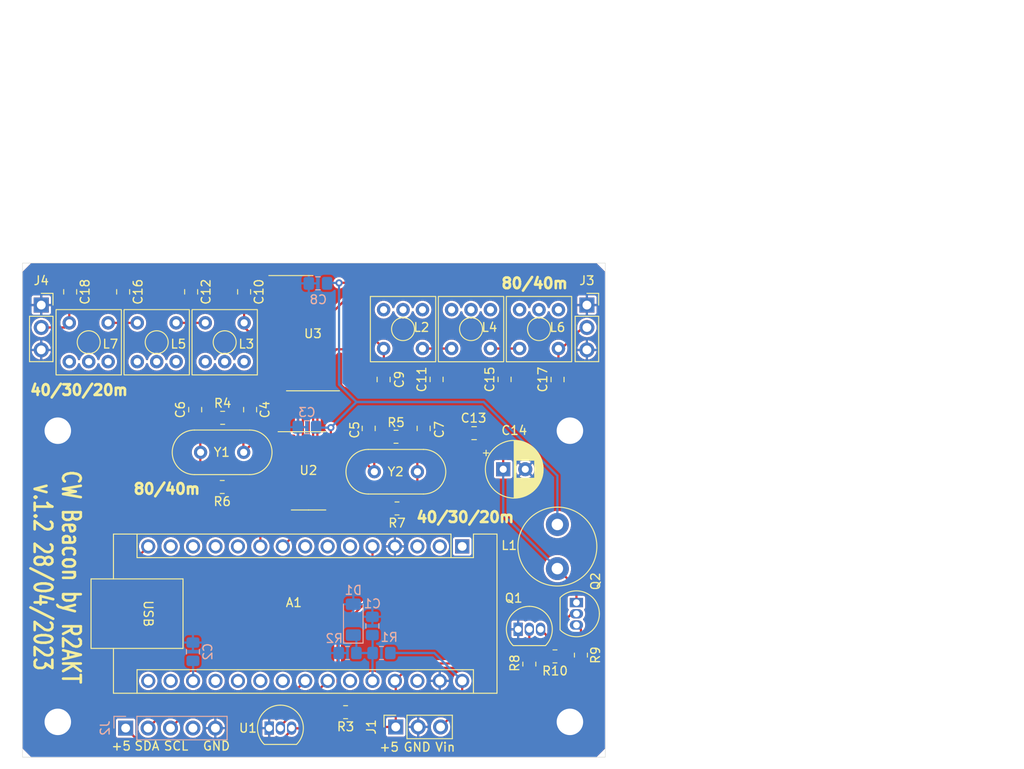
<source format=kicad_pcb>
(kicad_pcb (version 20221018) (generator pcbnew)
  (title_block (title "Маяк телеграфный автономный") (company "R2AKT") (comment 1 "R2AKT.464114.001") (comment 2 "R2AKT"))
  (layers (0 "F.Cu" signal) (31 "B.Cu" signal) (34 "B.Paste" user) (35 "F.Paste" user) (36 "B.SilkS" user "B.Silkscreen") (37 "F.SilkS" user "F.Silkscreen") (38 "B.Mask" user) (39 "F.Mask" user) (44 "Edge.Cuts" user))
  (net 0 "")
  (net 1 "GND")
  (net 2 "+5V")
  (net 6 "Net-(A1-D2)")
  (net 10 "Net-(A1-D6)")
  (net 11 "Net-(A1-D7)")
  (net 16 "Net-(A1-D12)")
  (net 19 "Net-(A1-AREF)")
  (net 25 "Net-(C15-Pad2)")
  (net 26 "Net-(A1-A7)")
  (net 27 "Net-(C11-Pad2)")
  (net 28 "Net-(C12-Pad2)")
  (net 29 "SDA")
  (net 30 "SCL")
  (net 31 "+5V_RF")
  (net 33 "Net-(U3-1Y0)")
  (net 34 "Net-(U3-2Y0)")
  (net 35 "Net-(Q2-C)")
  (net 36 "Net-(J3-Pin_2)")
  (net 37 "Net-(J4-Pin_2)")
  (net 39 "Net-(Q1-B)")
  (net 40 "Net-(Q1-C)")
  (net 41 "Vin")
  (net 42 "Net-(Q2-B)")
  (net 43 "Net-(R4-Pad1)")
  (net 44 "Net-(R5-Pad1)")
  (net 45 "Net-(U3-1A0)")
  (net 46 "Net-(C4-Pad2)")
  (net 47 "Net-(C5-Pad2)")
  (net 48 "Net-(C6-Pad1)")
  (net 49 "Net-(C7-Pad1)")
  (net 50 "Net-(C16-Pad2)")
  (net 51 "Net-(U3-1OE)")
  (net 52 "Net-(U3-2OE)")
  (net 53 "Net-(U3-2A0)")
  (footprint "Package_SO:SO-20_12.8x7.5mm_P1.27mm" (layer "F.Cu") (at 109.512001 98.952539)
    (fp_text reference "U3")
    (fp_text value "74AHC244")
  )
  (footprint "Capacitor_SMD:C_0805_2012Metric_Pad1.18x1.45mm_HandSolder" (layer "F.Cu") (at 102.392 107.619038 -90)
    (fp_text reference "C4")
    (fp_text value "22p")
  )
  (footprint "Capacitor_SMD:C_0805_2012Metric_Pad1.18x1.45mm_HandSolder" (layer "F.Cu") (at 115.821999 109.743543 -90)
    (fp_text reference "C5")
    (fp_text value "20p")
  )
  (footprint "Capacitor_SMD:C_0805_2012Metric_Pad1.18x1.45mm_HandSolder" (layer "F.Cu") (at 96.169 107.619038 90)
    (fp_text reference "C6")
    (fp_text value "22p")
  )
  (footprint "Resistor_SMD:R_0805_2012Metric_Pad1.20x1.40mm_HandSolder" (layer "F.Cu") (at 113.205 141.904476 180)
    (fp_text reference "R3")
    (fp_text value "4k7")
  )
  (footprint "Resistor_SMD:R_0805_2012Metric_Pad1.20x1.40mm_HandSolder" (layer "F.Cu") (at 99.279999 108.545538)
    (fp_text reference "R4")
    (fp_text value "4M7")
  )
  (footprint "Crystal:Crystal_HC49-U_Vertical" (layer "F.Cu") (at 101.661 112.453538 180)
    (fp_text reference "Y1")
    (fp_text value "80m/40m")
  )
  (footprint "Crystal:Crystal_HC49-U_Vertical" (layer "F.Cu") (at 116.461 114.653538)
    (fp_text reference "Y2")
    (fp_text value "40m/30m/20m")
  )
  (footprint "Package_SO:SOIC-14_3.9x8.7mm_P1.27mm" (layer "F.Cu") (at 109.012001 114.552539)
    (fp_text reference "U2")
    (fp_text value "74AHC04")
  )
  (footprint "Capacitor_SMD:C_0805_2012Metric_Pad1.18x1.45mm_HandSolder" (layer "F.Cu") (at 122.044999 109.743543 90)
    (fp_text reference "C7")
    (fp_text value "20p")
  )
  (footprint "Resistor_SMD:R_0805_2012Metric_Pad1.20x1.40mm_HandSolder" (layer "F.Cu") (at 134.015 136.453538 -90)
    (fp_text reference "R8")
    (fp_text value "1k")
  )
  (footprint "Library:TNT_Variable_Induction_7x7" (layer "F.Cu") (at 92.011 94.679538 180)
    (fp_text reference "L5")
    (fp_text value "910n (10T)")
  )
  (footprint "Library:TNT_Variable_Induction_7x7" (layer "F.Cu") (at 84.311 94.679538 180)
    (fp_text reference "L7")
    (fp_text value "820n (9T)")
  )
  (footprint "Capacitor_SMD:C_0805_2012Metric_Pad1.18x1.45mm_HandSolder" (layer "F.Cu") (at 95.711 94.266038 -90)
    (fp_text reference "C12")
    (fp_text value "470p 5%")
  )
  (footprint "Capacitor_SMD:C_0805_2012Metric_Pad1.18x1.45mm_HandSolder" (layer "F.Cu") (at 88.011 94.266038 -90)
    (fp_text reference "C16")
    (fp_text value "470p 5%")
  )
  (footprint "Connector_PinSocket_2.54mm:PinSocket_1x03_P2.54mm_Vertical" (layer "F.Cu") (at 140.536 95.765539)
    (fp_text reference "J3")
    (fp_text value "Conn_01x03")
  )
  (footprint "Package_TO_SOT_THT:TO-92_Inline" (layer "F.Cu") (at 104.551 143.708538)
    (fp_text reference "U1")
    (fp_text value "DS18B20")
  )
  (footprint "Package_TO_SOT_THT:TO-92_Inline" (layer "F.Cu") (at 139.349 129.484538 -90)
    (fp_text reference "Q2")
    (fp_text value "BC327")
  )
  (footprint "Capacitor_SMD:C_0805_2012Metric_Pad1.18x1.45mm_HandSolder" (layer "F.Cu") (at 131.211 104.191038 90)
    (fp_text reference "C15")
    (fp_text value "820p 5%")
  )
  (footprint "Resistor_SMD:R_0805_2012Metric_Pad1.20x1.40mm_HandSolder" (layer "F.Cu") (at 119.029 118.816538)
    (fp_text reference "R7")
    (fp_text value "1k")
  )
  (footprint "Resistor_SMD:R_0805_2012Metric_Pad1.20x1.40mm_HandSolder" (layer "F.Cu") (at 136.92 135.580538 180)
    (fp_text reference "R10")
    (fp_text value "510")
  )
  (footprint "Library:TNT_Variable_Induction_7x7" (layer "F.Cu") (at 99.711 94.679538 180)
    (fp_text reference "L3")
    (fp_text value "820n (9T)")
  )
  (footprint "Resistor_SMD:R_0805_2012Metric_Pad1.20x1.40mm_HandSolder" (layer "F.Cu") (at 118.918 110.688538 180)
    (fp_text reference "R5")
    (fp_text value "4M7")
  )
  (footprint "Capacitor_SMD:C_0805_2012Metric_Pad1.18x1.45mm_HandSolder" (layer "F.Cu") (at 101.711 94.266038 -90)
    (fp_text reference "C10")
    (fp_text value "270p 5%")
  )
  (footprint "Resistor_SMD:R_0805_2012Metric_Pad1.20x1.40mm_HandSolder" (layer "F.Cu") (at 99.233 116.383038 180)
    (fp_text reference "R6")
    (fp_text value "1k")
  )
  (footprint "Capacitor_SMD:C_0805_2012Metric_Pad1.18x1.45mm_HandSolder" (layer "F.Cu") (at 82.011 94.266038 -90)
    (fp_text reference "C18")
    (fp_text value "270p 5%")
  )
  (footprint "Module:Arduino_Nano" (layer "F.Cu") (at 126.413 123.118476 -90)
    (fp_text reference "A1")
    (fp_text value "Arduino_Nano_v3.x")
  )
  (footprint "Inductor_THT:L_Radial_D8.7mm_P5.00mm_Fastron_07HCP" (layer "F.Cu") (at 137.19 125.634538 90)
    (fp_text reference "L1")
    (fp_text value "100u")
  )
  (footprint "Library:TNT_Variable_Induction_7x7" (layer "F.Cu") (at 119.511 103.790538)
    (fp_text reference "L2")
    (fp_text value "1u6 (14T)")
  )
  (footprint "Package_TO_SOT_THT:TO-92_Inline" (layer "F.Cu") (at 132.745 132.511538)
    (fp_text reference "Q1")
    (fp_text value "PN2222A/2N3906")
  )
  (footprint "Connector_PinSocket_2.54mm:PinSocket_1x03_P2.54mm_Vertical" (layer "F.Cu") (at 118.885001 143.580599 90)
    (fp_text reference "J1")
    (fp_text value "Conn_01x03")
  )
  (footprint "Capacitor_SMD:C_0805_2012Metric_Pad1.18x1.45mm_HandSolder" (layer "F.Cu") (at 127.761 110.283538 180)
    (fp_text reference "C13")
    (fp_text value "100n")
  )
  (footprint "Capacitor_SMD:C_0805_2012Metric_Pad1.18x1.45mm_HandSolder" (layer "F.Cu") (at 117.511 104.203538 90)
    (fp_text reference "C9")
    (fp_text value "470p 5%")
  )
  (footprint "Capacitor_SMD:C_0805_2012Metric_Pad1.18x1.45mm_HandSolder" (layer "F.Cu") (at 123.511 104.191038 90)
    (fp_text reference "C11")
    (fp_text value "820p 5%")
  )
  (footprint "Capacitor_SMD:C_0805_2012Metric_Pad1.18x1.45mm_HandSolder" (layer "F.Cu") (at 137.211 104.203538 90)
    (fp_text reference "C17")
    (fp_text value "470p 5%")
  )
  (footprint "Library:TNT_Variable_Induction_7x7" (layer "F.Cu") (at 127.211 103.790538)
    (fp_text reference "L4")
    (fp_text value "1u8 (15T)")
  )
  (footprint "Library:TNT_Variable_Induction_7x7" (layer "F.Cu") (at 134.911 103.790538)
    (fp_text reference "L6")
    (fp_text value "1u6 (14T)")
  )
  (footprint "Connector_PinSocket_2.54mm:PinSocket_1x03_P2.54mm_Vertical" (layer "F.Cu") (at 78.736 95.765539)
    (fp_text reference "J4")
    (fp_text value "Conn_01x03")
  )
  (footprint "Resistor_SMD:R_0805_2012Metric_Pad1.20x1.40mm_HandSolder" (layer "F.Cu") (at 139.857 135.437538 -90)
    (fp_text reference "R9")
    (fp_text value "5k1")
  )
  (footprint "Capacitor_THT:CP_Radial_D6.3mm_P2.50mm" (layer "F.Cu") (at 131.054621 114.371538)
    (fp_text reference "C14")
    (fp_text value "1u")
  )
  (footprint "Diode_SMD:D_MiniMELF" (layer "B.Cu") (at 114.076 131.417538 90)
    (fp_text reference "D1")
    (fp_text value "BZV55B4V7")
  )
  (footprint "Capacitor_SMD:C_0805_2012Metric_Pad1.18x1.45mm_HandSolder" (layer "B.Cu") (at 95.915 135.051038 90)
    (fp_text reference "C2")
    (fp_text value "100n")
  )
  (footprint "Capacitor_SMD:C_0805_2012Metric_Pad1.18x1.45mm_HandSolder" (layer "B.Cu") (at 110.0735 93.303538 180)
    (fp_text reference "C8")
    (fp_text value "100n")
  )
  (footprint "Capacitor_SMD:C_0805_2012Metric_Pad1.18x1.45mm_HandSolder" (layer "B.Cu") (at 108.8235 109.603538 180)
    (fp_text reference "C3")
    (fp_text value "100n")
  )
  (footprint "Resistor_SMD:R_0805_2012Metric_Pad1.20x1.40mm_HandSolder" (layer "B.Cu") (at 117.267 135.199538 180)
    (fp_text reference "R1")
    (fp_text value "1k8 1%")
  )
  (footprint "Connector_PinHeader_2.54mm:PinHeader_1x05_P2.54mm_Vertical" (layer "B.Cu") (at 88.295 143.708538 -90)
    (fp_text reference "J2")
    (fp_text value "Conn_01x05")
  )
  (footprint "Capacitor_SMD:C_0805_2012Metric_Pad1.18x1.45mm_HandSolder" (layer "B.Cu") (at 116.235 132.130038 90)
    (fp_text reference "C1")
    (fp_text value "100n")
  )
  (footprint "Resistor_SMD:R_0805_2012Metric_Pad1.20x1.40mm_HandSolder" (layer "B.Cu") (at 113.425 135.199538 180)
    (fp_text reference "R2")
    (fp_text value "820 1%")
  )
  (gr_rect (start 76.611 91.003538) (end 142.611 147.003538) (stroke (width 0.05)) (fill none) (layer "Edge.Cuts"))
  (gr_text "+5" (at 118.14 145.867538) (layer "F.SilkS") (effects (font (size 1 1))))
  (gr_text "Vin" (at 124.49 145.867538) (layer "F.SilkS") (effects (font (size 1 1))))
  (gr_text "SCL" (at 94.01 145.740538) (layer "F.SilkS") (effects (font (size 1 1))))
  (gr_text "80/40m" (at 134.611 93.303538) (layer "F.SilkS") (effects (font (size 1.2 1.2) (thickness 0.3))))
  (gr_text "SDA" (at 90.708 145.740538) (layer "F.SilkS") (effects (font (size 1 1))))
  (gr_text "CW Beacon by R2AKT\nv.1.2 28/04/2023" (at 80.511 126.603538 270) (layer "F.SilkS") (effects (font (size 2 1.5) (thickness 0.3))))
  (gr_text "+5" (at 87.787 145.740538) (layer "F.SilkS") (effects (font (size 1 1))))
  (gr_text "80/40m" (at 92.961 116.603538) (layer "F.SilkS") (effects (font (size 1.2 1.2) (thickness 0.3))))
  (gr_text "GND" (at 98.582 145.740538) (layer "F.SilkS") (effects (font (size 1 1))))
  (gr_text "40/30/20m" (at 126.761 119.803538) (layer "F.SilkS") (effects (font (size 1.2 1.2) (thickness 0.3))))
  (gr_text "GND" (at 121.315 145.867538) (layer "F.SilkS") (effects (font (size 1 1))))
  (gr_text "40/30/20m" (at 83.011 105.403538) (layer "F.SilkS") (effects (font (size 1.2 1.2) (thickness 0.3))))
  (via (at 80.611 143.003538) (size 5) (drill 3) (layers "F.Cu" "B.Cu") (net 1))
  (via (at 138.611 110.002738) (size 5) (drill 3) (layers "F.Cu" "B.Cu") (net 1))
  (via (at 138.611 143.003538) (size 5) (drill 3) (layers "F.Cu" "B.Cu") (net 1))
  (via (at 80.611 110.003538) (size 5) (drill 3) (layers "F.Cu" "B.Cu") (net 1))
  (segment (start 141 137.006125) (end 140.643587 137.362538) (width 0.25) (layer "F.Cu") (net 2))
  (segment (start 120.772938 136.378538) (end 118.793 138.358476) (width 0.25) (layer "F.Cu") (net 2))
  (segment (start 139.857 132.532538) (end 139.349 132.024538) (width 0.25) (layer "F.Cu") (net 2))
  (segment (start 112.376877 143.732599) (end 114.205 141.904476) (width 0.25) (layer "F.Cu") (net 2))
  (segment (start 115.881123 143.580599) (end 118.885001 143.580599) (width 0.25) (layer "F.Cu") (net 2))
  (segment (start 118.885001 143.580599) (end 118.885001 138.450477) (width 0.25) (layer "F.Cu") (net 2))
  (segment (start 118.885001 138.450477) (end 118.793 138.358476) (width 0.25) (layer "F.Cu") (net 2))
  (segment (start 90.073 145.486538) (end 88.295 143.708538) (width 0.25) (layer "F.Cu") (net 2))
  (segment (start 141 135.580538) (end 141 137.006125) (width 0.25) (layer "F.Cu") (net 2))
  (segment (start 105.538 145.486538) (end 90.073 145.486538) (width 0.25) (layer "F.Cu") (net 2))
  (segment (start 107.066939 143.732599) (end 112.376877 143.732599) (width 0.25) (layer "F.Cu") (net 2))
  (segment (start 139.857 134.437538) (end 141 135.580538) (width 0.25) (layer "F.Cu") (net 2))
  (segment (start 135.537173 137.362538) (end 134.553173 136.378538) (width 0.25) (layer "F.Cu") (net 2))
  (segment (start 134.553173 136.378538) (end 120.772938 136.378538) (width 0.25) (layer "F.Cu") (net 2))
  (segment (start 107.091 143.708538) (end 107.091 143.933538) (width 0.25) (layer "F.Cu") (net 2))
  (segment (start 140.643587 137.362538) (end 135.537173 137.362538) (width 0.25) (layer "F.Cu") (net 2))
  (segment (start 139.857 134.437538) (end 139.857 132.532538) (width 0.25) (layer "F.Cu") (net 2))
  (segment (start 114.205 141.904476) (end 115.881123 143.580599) (width 0.25) (layer "F.Cu") (net 2))
  (segment (start 107.091 143.933538) (end 105.538 145.486538) (width 0.25) (layer "F.Cu") (net 2))
  (segment (start 116.253 128.6966) (end 116.253 123.118476) (width 0.25) (layer "F.Cu") (net 6))
  (segment (start 105.821 143.483538) (end 107.400062 141.904476) (width 0.25) (layer "F.Cu") (net 6))
  (segment (start 112.298 141.811476) (end 112.298 132.6516) (width 0.25) (layer "F.Cu") (net 6))
  (segment (start 112.298 132.6516) (end 116.253 128.6966) (width 0.25) (layer "F.Cu") (net 6))
  (segment (start 112.205 141.904476) (end 112.298 141.811476) (width 0.25) (layer "F.Cu") (net 6))
  (segment (start 107.400062 141.904476) (end 112.205 141.904476) (width 0.25) (layer "F.Cu") (net 6))
  (segment (start 105.821 143.708538) (end 105.821 143.483538) (width 0.25) (layer "F.Cu") (net 6))
  (segment (start 113.695 118.054538) (end 112.733001 117.092539) (width 0.25) (layer "F.Cu") (net 10))
  (segment (start 112.806 120.467538) (end 113.695 119.578538) (width 0.25) (layer "F.Cu") (net 10))
  (segment (start 112.733001 117.092539) (end 111.487001 117.092539) (width 0.25) (layer "F.Cu") (net 10))
  (segment (start 108.743938 120.467538) (end 112.806 120.467538) (width 0.25) (layer "F.Cu") (net 10))
  (segment (start 113.695 119.578538) (end 113.695 118.054538) (width 0.25) (layer "F.Cu") (net 10))
  (segment (start 106.093 123.118476) (end 108.743938 120.467538) (width 0.25) (layer "F.Cu") (net 10))
  (segment (start 105.258999 115.822539) (end 106.537001 115.822539) (width 0.25) (layer "F.Cu") (net 11))
  (segment (start 103.553 117.528538) (end 105.258999 115.822539) (width 0.25) (layer "F.Cu") (net 11))
  (segment (start 103.553 123.118476) (end 103.553 117.528538) (width 0.25) (layer "F.Cu") (net 11))
  (segment (start 86.009 144.597538) (end 87.347501 145.936039) (width 0.25) (layer "F.Cu") (net 16))
  (segment (start 86.009 127.962476) (end 86.009 144.597538) (width 0.25) (layer "F.Cu") (net 16))
  (segment (start 125.828501 145.926037) (end 125.828501 145.936039) (width 0.25) (layer "F.Cu") (net 16))
  (segment (start 90.853 123.118476) (end 86.009 127.962476) (width 0.25) (layer "F.Cu") (net 16))
  (segment (start 134.015 137.739538) (end 125.828501 145.926037) (width 0.25) (layer "F.Cu") (net 16))
  (segment (start 87.347501 145.936039) (end 125.828501 145.936039) (width 0.25) (layer "F.Cu") (net 16))
  (segment (start 95.933 136.106538) (end 95.915 136.088538) (width 0.25) (layer "B.Cu") (net 19))
  (segment (start 95.933 138.358476) (end 95.933 136.106538) (width 0.25) (layer "B.Cu") (net 19))
  (segment (start 131.211 103.153538) (end 131.211 100.753538) (width 0.25) (layer "F.Cu") (net 25))
  (segment (start 131.211 100.753538) (end 131.148 100.690538) (width 0.25) (layer "F.Cu") (net 25))
  (segment (start 129.611 100.690538) (end 131.148 100.690538) (width 0.25) (layer "F.Cu") (net 25))
  (segment (start 131.148 100.690538) (end 132.911 100.690538) (width 0.25) (layer "F.Cu") (net 25))
  (segment (start 114.425 133.516538) (end 114.076 133.167538) (width 0.25) (layer "B.Cu") (net 26))
  (segment (start 115.346 135.199538) (end 114.425 135.199538) (width 0.25) (layer "B.Cu") (net 26))
  (segment (start 116.267 135.199538) (end 116.253 135.213538) (width 0.25) (layer "B.Cu") (net 26))
  (segment (start 116.267 135.199538) (end 116.267 133.199538) (width 0.25) (layer "B.Cu") (net 26))
  (segment (start 116.253 135.213538) (end 116.253 138.358476) (width 0.25) (layer "B.Cu") (net 26))
  (segment (start 116.267 133.199538) (end 116.235 133.167538) (width 0.25) (layer "B.Cu") (net 26))
  (segment (start 114.425 135.199538) (end 114.425 133.516538) (width 0.25) (layer "B.Cu") (net 26))
  (segment (start 116.267 135.199538) (end 115.346 135.199538) (width 0.25) (layer "B.Cu") (net 26))
  (segment (start 123.511 100.703538) (end 123.524 100.690538) (width 0.25) (layer "F.Cu") (net 27))
  (segment (start 121.937 100.690538) (end 123.524 100.690538) (width 0.25) (layer "F.Cu") (net 27))
  (segment (start 123.524 100.690538) (end 125.211 100.690538) (width 0.25) (layer "F.Cu") (net 27))
  (segment (start 123.511 103.153538) (end 123.511 100.703538) (width 0.25) (layer "F.Cu") (net 27))
  (segment (start 97.311 97.779538) (end 95.687 97.779538) (width 0.25) (layer "F.Cu") (net 28))
  (segment (start 95.687 97.779538) (end 94.011 97.779538) (width 0.25) (layer "F.Cu") (net 28))
  (segment (start 95.711 97.755538) (end 95.687 97.779538) (width 0.25) (layer "F.Cu") (net 28))
  (segment (start 95.711 95.303538) (end 95.711 97.755538) (width 0.25) (layer "F.Cu") (net 28))
  (segment (start 94.483062 140.060476) (end 106.931 140.060476) (width 0.25) (layer "F.Cu") (net 29))
  (segment (start 90.835 143.708538) (end 94.483062 140.060476) (width 0.25) (layer "F.Cu") (net 29))
  (segment (start 106.931 140.060476) (end 108.633 138.358476) (width 0.25) (layer "F.Cu") (net 29))
  (segment (start 93.375 143.708538) (end 95.880062 141.203476) (width 0.25) (layer "F.Cu") (net 30))
  (segment (start 108.328 141.203476) (end 111.173 138.358476) (width 0.25) (layer "F.Cu") (net 30))
  (segment (start 95.880062 141.203476) (end 108.328 141.203476) (width 0.25) (layer "F.Cu") (net 30))
  (segment (start 114.262001 93.237539) (end 112.476999 93.237539) (width 0.25) (layer "F.Cu") (net 31))
  (segment (start 112.476999 93.237539) (end 112.461 93.253538) (width 0.25) (layer "F.Cu") (net 31))
  (segment (start 111.536 109.653538) (end 111.536 110.69354) (width 0.25) (layer "F.Cu") (net 31))
  (segment (start 111.536 110.69354) (end 111.487001 110.742539) (width 0.25) (layer "F.Cu") (net 31))
  (via (at 111.536 109.653538) (size 0.8) (drill 0.4) (layers "F.Cu" "B.Cu") (net 31))
  (via (at 112.461 93.253538) (size 0.8) (drill 0.4) (layers "F.Cu" "B.Cu") (net 31))
  (segment (start 112.461 93.253538) (end 112.461 104.778538) (width 0.25) (layer "B.Cu") (net 31))
  (segment (start 111.536 109.653538) (end 114.436 106.753538) (width 0.25) (layer "B.Cu") (net 31))
  (segment (start 112.461 104.778538) (end 114.436 106.753538) (width 0.25) (layer "B.Cu") (net 31))
  (segment (start 112.461 93.253538) (end 111.161 93.253538) (width 0.25) (layer "B.Cu") (net 31))
  (segment (start 137.19 120.634538) (end 137.19 115.102538) (width 0.25) (layer "B.Cu") (net 31))
  (segment (start 137.19 115.102538) (end 128.841 106.753538) (width 0.25) (layer "B.Cu") (net 31))
  (segment (start 111.161 93.253538) (end 111.111 93.303538) (width 0.25) (layer "B.Cu") (net 31))
  (segment (start 128.841 106.753538) (end 114.436 106.753538) (width 0.25) (layer "B.Cu") (net 31))
  (segment (start 111.536 109.653538) (end 109.911 109.653538) (width 0.25) (layer "B.Cu") (net 31))
  (segment (start 109.911 109.653538) (end 109.861 109.603538) (width 0.25) (layer "B.Cu") (net 31))
  (segment (start 115.262001 100.857539) (end 115.337002 100.93254) (width 0.25) (layer "F.Cu") (net 33))
  (segment (start 115.262001 103.397539) (end 114.262001 103.397539) (width 0.25) (layer "F.Cu") (net 33))
  (segment (start 115.262001 95.777539) (end 115.337002 95.85254) (width 0.25) (layer "F.Cu") (net 33))
  (segment (start 115.337002 95.85254) (end 115.337002 98.242538) (width 0.25) (layer "F.Cu") (net 33))
  (segment (start 117.511 100.690538) (end 116.324002 99.50354) (width 0.25) (layer "F.Cu") (net 33))
  (segment (start 114.262001 100.857539) (end 115.262001 100.857539) (width 0.25) (layer "F.Cu") (net 33))
  (segment (start 115.262001 98.317539) (end 115.337002 98.39254) (width 0.25) (layer "F.Cu") (net 33))
  (segment (start 117.537 103.140038) (end 117.511 103.166038) (width 0.25) (layer "F.Cu") (net 33))
  (segment (start 115.337002 98.39254) (end 115.337002 99.50354) (width 0.25) (layer "F.Cu") (net 33))
  (segment (start 117.537 100.690538) (end 117.537 103.140038) (width 0.25) (layer "F.Cu") (net 33))
  (segment (start 114.262001 98.317539) (end 115.262001 98.317539) (width 0.25) (layer "F.Cu") (net 33))
  (segment (start 116.324002 99.50354) (end 115.337002 99.50354) (width 0.25) (layer "F.Cu") (net 33))
  (segment (start 115.337002 99.50354) (end 115.337002 100.782538) (width 0.25) (layer "F.Cu") (net 33))
  (segment (start 114.262001 95.777539) (end 115.262001 95.777539) (width 0.25) (layer "F.Cu") (net 33))
  (segment (start 115.337002 103.322538) (end 115.262001 103.397539) (width 0.25) (layer "F.Cu") (net 33))
  (segment (start 115.337002 98.242538) (end 115.262001 98.317539) (width 0.25) (layer "F.Cu") (net 33))
  (segment (start 115.337002 100.782538) (end 115.262001 100.857539) (width 0.25) (layer "F.Cu") (net 33))
  (segment (start 115.337002 100.93254) (end 115.337002 103.322538) (width 0.25) (layer "F.Cu") (net 33))
  (segment (start 101.711 98.253538) (end 103.085 99.627538) (width 0.25) (layer "F.Cu") (net 34))
  (segment (start 103.687 100.782538) (end 103.687 99.627538) (width 0.25) (layer "F.Cu") (net 34))
  (segment (start 103.687 103.322538) (end 103.687 100.93254) (width 0.25) (layer "F.Cu") (net 34))
  (segment (start 103.687 95.85254) (end 103.762001 95.777539) (width 0.25) (layer "F.Cu") (net 34))
  (segment (start 104.762001 100.857539) (end 103.762001 100.857539) (width 0.25) (layer "F.Cu") (net 34))
  (segment (start 103.687 100.93254) (end 103.762001 100.857539) (width 0.25) (layer "F.Cu") (net 34))
  (segment (start 104.762001 103.397539) (end 103.762001 103.397539) (width 0.25) (layer "F.Cu") (net 34))
  (segment (start 103.687 98.242538) (end 103.687 95.85254) (width 0.25) (layer "F.Cu") (net 34))
  (segment (start 101.711 97.779538) (end 101.711 98.253538) (width 0.25) (layer "F.Cu") (net 34))
  (segment (start 103.762001 103.397539) (end 103.687 103.322538) (width 0.25) (layer "F.Cu") (net 34))
  (segment (start 103.746001 98.333539) (end 103.762001 98.317539) (width 0.25) (layer "F.Cu") (net 34))
  (segment (start 103.687 98.39254) (end 103.762001 98.317539) (width 0.25) (layer "F.Cu") (net 34))
  (segment (start 103.762001 95.777539) (end 104.762001 95.777539) (width 0.25) (layer "F.Cu") (net 34))
  (segment (start 101.711 95.303538) (end 101.711 97.779538) (width 0.25) (layer "F.Cu") (net 34))
  (segment (start 103.762001 100.857539) (end 103.687 100.782538) (width 0.25) (layer "F.Cu") (net 34))
  (segment (start 103.085 99.627538) (end 103.687 99.627538) (width 0.25) (layer "F.Cu") (net 34))
  (segment (start 104.762001 98.317539) (end 103.762001 98.317539) (width 0.25) (layer "F.Cu") (net 34))
  (segment (start 103.762001 98.317539) (end 103.687 98.242538) (width 0.25) (layer "F.Cu") (net 34))
  (segment (start 103.687 99.627538) (end 103.687 98.39254) (width 0.25) (layer "F.Cu") (net 34))
  (segment (start 101.641001 98.317539) (end 101.503 98.179538) (width 0.25) (layer "F.Cu") (net 34))
  (segment (start 139.349 129.484538) (end 139.349 127.793538) (width 0.25) (layer "F.Cu") (net 35))
  (segment (start 131.054621 112.539659) (end 131.054621 114.371538) (width 0.25) (layer "F.Cu") (net 35))
  (segment (start 139.349 127.793538) (end 137.19 125.634538) (width 0.25) (layer "F.Cu") (net 35))
  (segment (start 128.7985 110.283538) (end 131.054621 112.539659) (width 0.25) (layer "F.Cu") (net 35))
  (segment (start 131.054621 119.499159) (end 137.19 125.634538) (width 0.25) (layer "B.Cu") (net 35))
  (segment (start 131.054621 114.371538) (end 131.054621 119.499159) (width 0.25) (layer "B.Cu") (net 35))
  (segment (start 140.058999 98.305539) (end 140.536 98.305539) (width 0.25) (layer "F.Cu") (net 36))
  (segment (start 137.311 103.066038) (end 137.311 100.690538) (width 0.25) (layer "F.Cu") (net 36))
  (segment (start 137.211 103.166038) (end 137.311 103.066038) (width 0.25) (layer "F.Cu") (net 36))
  (segment (start 137.311 100.690538) (end 137.674 100.690538) (width 0.25) (layer "F.Cu") (net 36))
  (segment (start 137.674 100.690538) (end 140.058999 98.305539) (width 0.25) (layer "F.Cu") (net 36))
  (segment (start 81.384999 98.305539) (end 78.736 98.305539) (width 0.25) (layer "F.Cu") (net 37))
  (segment (start 81.911 95.403538) (end 82.011 95.303538) (width 0.25) (layer "F.Cu") (net 37))
  (segment (start 81.911 97.779538) (end 81.911 95.403538) (width 0.25) (layer "F.Cu") (net 37))
  (segment (start 81.911 97.779538) (end 81.384999 98.305539) (width 0.25) (layer "F.Cu") (net 37))
  (segment (start 134.015 135.453538) (end 134.015 132.511538) (width 0.25) (layer "F.Cu") (net 39))
  (segment (start 135.92 133.146538) (end 135.285 132.511538) (width 0.25) (layer "F.Cu") (net 40))
  (segment (start 135.92 135.580538) (end 135.92 133.146538) (width 0.25) (layer "F.Cu") (net 40))
  (segment (start 123.965001 143.580599) (end 126.413 141.1326) (width 0.25) (layer "F.Cu") (net 41))
  (segment (start 126.413 141.1326) (end 126.413 138.358476) (width 0.25) (layer "F.Cu") (net 41))
  (segment (start 126.413 138.358476) (end 123.254062 135.199538) (width 0.25) (layer "B.Cu") (net 41))
  (segment (start 123.254062 135.199538) (end 118.267 135.199538) (width 0.25) (layer "B.Cu") (net 41))
  (segment (start 139.857 136.437538) (end 138.777 136.437538) (width 0.25) (layer "F.Cu") (net 42))
  (segment (start 137.92 131.633538) (end 138.799 130.754538) (width 0.25) (layer "F.Cu") (net 42))
  (segment (start 137.92 135.580538) (end 137.92 131.633538) (width 0.25) (layer "F.Cu") (net 42))
  (segment (start 138.799 130.754538) (end 139.349 130.754538) (width 0.25) (layer "F.Cu") (net 42))
  (segment (start 138.777 136.437538) (end 137.92 135.580538) (width 0.25) (layer "F.Cu") (net 42))
  (segment (start 106.537001 113.282539) (end 106.537001 112.012539) (width 0.25) (layer "F.Cu") (net 43))
  (segment (start 99.344 115.494038) (end 99.344 109.609539) (width 0.25) (layer "F.Cu") (net 43))
  (segment (start 106.537001 113.282539) (end 103.333499 113.282539) (width 0.25) (layer "F.Cu") (net 43))
  (segment (start 100.233 116.383038) (end 99.344 115.494038) (width 0.25) (layer "F.Cu") (net 43))
  (segment (start 99.344 109.609539) (end 98.279999 108.545538) (width 0.25) (layer "F.Cu") (net 43))
  (segment (start 100.233 116.383038) (end 103.333499 113.282539) (width 0.25) (layer "F.Cu") (net 43))
  (segment (start 111.487001 113.282539) (end 111.487001 114.552539) (width 0.25) (layer "F.Cu") (net 44))
  (segment (start 118.902 111.704538) (end 118.902 117.943538) (width 0.25) (layer "F.Cu") (net 44))
  (segment (start 112.495001 113.282539) (end 118.029 118.816538) (width 0.25) (layer "F.Cu") (net 44))
  (segment (start 118.902 117.943538) (end 118.029 118.816538) (width 0.25) (layer "F.Cu") (net 44))
  (segment (start 111.487001 113.282539) (end 112.495001 113.282539) (width 0.25) (layer "F.Cu") (net 44))
  (segment (start 119.918 110.688538) (end 118.902 111.704538) (width 0.25) (layer "F.Cu") (net 44))
  (segment (start 105.762001 99.587539) (end 105.837002 99.66254) (width 0.25) (layer "F.Cu") (net 45))
  (segment (start 104.762001 97.047539) (end 105.762001 97.047539) (width 0.25) (layer "F.Cu") (net 45))
  (segment (start 105.762001 97.047539) (end 105.837002 97.12254) (width 0.25) (layer "F.Cu") (net 45))
  (segment (start 104.762001 99.587539) (end 105.762001 99.587539) (width 0.25) (layer "F.Cu") (net 45))
  (segment (start 105.837002 102.052538) (end 105.762001 102.127539) (width 0.25) (layer "F.Cu") (net 45))
  (segment (start 104.762001 94.507539) (end 105.762001 94.507539) (width 0.25) (layer "F.Cu") (net 45))
  (segment (start 106.537001 114.552539) (end 107.417999 114.552539) (width 0.25) (layer "F.Cu") (net 45))
  (segment (start 105.837002 99.66254) (end 105.837002 102.052538) (width 0.25) (layer "F.Cu") (net 45))
  (segment (start 105.837002 96.972538) (end 105.762001 97.047539) (width 0.25) (layer "F.Cu") (net 45))
  (segment (start 105.837002 97.12254) (end 105.837002 98.327538) (width 0.25) (layer "F.Cu") (net 45))
  (segment (start 105.837002 98.327538) (end 105.837002 99.512538) (width 0.25) (layer "F.Cu") (net 45))
  (segment (start 105.837002 94.58254) (end 105.837002 96.972538) (width 0.25) (layer "F.Cu") (net 45))
  (segment (start 104.762001 102.127539) (end 105.762001 102.127539) (width 0.25) (layer "F.Cu") (net 45))
  (segment (start 105.837002 99.512538) (end 105.762001 99.587539) (width 0.25) (layer "F.Cu") (net 45))
  (segment (start 105.762001 94.507539) (end 105.837002 94.58254) (width 0.25) (layer "F.Cu") (net 45))
  (segment (start 107.837001 114.133537) (end 107.837001 99.477539) (width 0.25) (layer "F.Cu") (net 45))
  (segment (start 107.417999 114.552539) (end 107.837001 114.133537) (width 0.25) (layer "F.Cu") (net 45))
  (segment (start 107.837001 99.477539) (end 106.687 98.327538) (width 0.25) (layer "F.Cu") (net 45))
  (segment (start 106.687 98.327538) (end 105.837002 98.327538) (width 0.25) (layer "F.Cu") (net 45))
  (segment (start 100.390999 108.656538) (end 100.279999 108.545538) (width 0.25) (layer "F.Cu") (net 46))
  (segment (start 102.392 108.656538) (end 100.390999 108.656538) (width 0.25) (layer "F.Cu") (net 46))
  (segment (start 103.353999 110.742539) (end 101.63 112.466538) (width 0.25) (layer "F.Cu") (net 46))
  (segment (start 101.63 112.466538) (end 101.63 109.418538) (width 0.25) (layer "F.Cu") (net 46))
  (segment (start 106.537001 110.742539) (end 103.353999 110.742539) (width 0.25) (layer "F.Cu") (net 46))
  (segment (start 101.63 109.418538) (end 102.392 108.656538) (width 0.25) (layer "F.Cu") (net 46))
  (segment (start 117.918 110.688538) (end 115.914504 110.688538) (width 0.25) (layer "F.Cu") (net 47))
  (segment (start 111.487001 112.012539) (end 113.839001 112.012539) (width 0.25) (layer "F.Cu") (net 47))
  (segment (start 116.452 111.411044) (end 116.452 114.625538) (width 0.25) (layer "F.Cu") (net 47))
  (segment (start 115.914504 110.688538) (end 115.821999 110.781043) (width 0.25) (layer "F.Cu") (net 47))
  (segment (start 115.821999 110.781043) (end 116.452 111.411044) (width 0.25) (layer "F.Cu") (net 47))
  (segment (start 113.839001 112.012539) (end 116.452 114.625538) (width 0.25) (layer "F.Cu") (net 47))
  (segment (start 96.75 114.900038) (end 98.233 116.383038) (width 0.25) (layer "F.Cu") (net 48))
  (segment (start 96.75 112.466538) (end 96.75 109.237538) (width 0.25) (layer "F.Cu") (net 48))
  (segment (start 96.75 109.237538) (end 96.169 108.656538) (width 0.25) (layer "F.Cu") (net 48))
  (segment (start 96.75 114.900038) (end 96.75 112.466538) (width 0.25) (layer "F.Cu") (net 48))
  (segment (start 121.332 114.625538) (end 121.332 111.494042) (width 0.25) (layer "F.Cu") (net 49))
  (segment (start 121.332 111.494042) (end 122.044999 110.781043) (width 0.25) (layer "F.Cu") (net 49))
  (segment (start 121.332 117.513538) (end 121.332 114.625538) (width 0.25) (layer "F.Cu") (net 49))
  (segment (start 120.029 118.816538) (end 121.332 117.513538) (width 0.25) (layer "F.Cu") (net 49))
  (segment (start 88.011 95.303538) (end 88.011 97.703538) (width 0.25) (layer "F.Cu") (net 50))
  (segment (start 88.087 97.779538) (end 86.311 97.779538) (width 0.25) (layer "F.Cu") (net 50))
  (segment (start 88.011 97.703538) (end 88.087 97.779538) (width 0.25) (layer "F.Cu") (net 50))
  (segment (start 89.611 97.779538) (end 88.087 97.779538) (width 0.25) (layer "F.Cu") (net 50))
  (segment (start 105.212001 93.237539) (end 104.762001 93.237539) (width 0.25) (layer "F.Cu") (net 51))
  (segment (start 108.361 116.276538) (end 108.361 96.386538) (width 0.25) (layer "F.Cu") (net 51))
  (segment (start 108.361 96.386538) (end 105.212001 93.237539) (width 0.25) (layer "F.Cu") (net 51))
  (segment (start 107.544999 117.092539) (end 108.361 116.276538) (width 0.25) (layer "F.Cu") (net 51))
  (segment (start 106.537001 117.092539) (end 107.544999 117.092539) (width 0.25) (layer "F.Cu") (net 51))
  (segment (start 109.5294 98.79014) (end 109.5294 117.521138) (width 0.25) (layer "F.Cu") (net 52))
  (segment (start 113.812001 94.507539) (end 109.5294 98.79014) (width 0.25) (layer "F.Cu") (net 52))
  (segment (start 110.370801 118.362539) (end 111.487001 118.362539) (width 0.25) (layer "F.Cu") (net 52))
  (segment (start 109.5294 117.521138) (end 110.370801 118.362539) (width 0.25) (layer "F.Cu") (net 52))
  (segment (start 114.262001 94.507539) (end 113.812001 94.507539) (width 0.25) (layer "F.Cu") (net 52))
  (segment (start 113.262001 99.587539) (end 113.187 99.512538) (width 0.25) (layer "F.Cu") (net 53))
  (segment (start 113.187 100.77754) (end 113.187 99.66254) (width 0.25) (layer "F.Cu") (net 53))
  (segment (start 110.447001 115.822539) (end 110.012 115.387538) (width 0.25) (layer "F.Cu") (net 53))
  (segment (start 113.187 99.512538) (end 113.187 97.12254) (width 0.25) (layer "F.Cu") (net 53))
  (segment (start 113.187 97.12254) (end 113.262001 97.047539) (width 0.25) (layer "F.Cu") (net 53))
  (segment (start 110.012 102.941538) (end 112.175998 100.77754) (width 0.25) (layer "F.Cu") (net 53))
  (segment (start 114.262001 102.127539) (end 113.262001 102.127539) (width 0.25) (layer "F.Cu") (net 53))
  (segment (start 113.187 102.052538) (end 113.187 100.77754) (width 0.25) (layer "F.Cu") (net 53))
  (segment (start 112.175998 100.77754) (end 113.187 100.77754) (width 0.25) (layer "F.Cu") (net 53))
  (segment (start 110.012 115.387538) (end 110.012 102.941538) (width 0.25) (layer "F.Cu") (net 53))
  (segment (start 111.487001 115.822539) (end 110.447001 115.822539) (width 0.25) (layer "F.Cu") (net 53))
  (segment (start 113.262001 102.127539) (end 113.187 102.052538) (width 0.25) (layer "F.Cu") (net 53))
  (segment (start 113.262001 104.667539) (end 113.187 104.592538) (width 0.25) (layer "F.Cu") (net 53))
  (segment (start 113.262001 97.047539) (end 114.262001 97.047539) (width 0.25) (layer "F.Cu") (net 53))
  (segment (start 113.187 99.66254) (end 113.262001 99.587539) (width 0.25) (layer "F.Cu") (net 53))
  (segment (start 113.187 102.20254) (end 113.262001 102.127539) (width 0.25) (layer "F.Cu") (net 53))
  (segment (start 113.187 104.592538) (end 113.187 102.20254) (width 0.25) (layer "F.Cu") (net 53))
  (segment (start 114.262001 99.587539) (end 113.262001 99.587539) (width 0.25) (layer "F.Cu") (net 53))
  (segment (start 114.262001 104.667539) (end 113.262001 104.667539) (width 0.25) (layer "F.Cu") (net 53))
  (zone (net 1) (net_name "GND") (layers "F&B.Cu") (connect_pads (clearance 0.25)) (min_thickness 0.25) (fill yes (thermal_gap 0.25) (thermal_bridge_width 0.25) (smoothing chamfer) (radius 1))
    (polygon (pts (xy 142.611 147.003538) (xy 76.611 147.003538) (xy 76.611 91.003538) (xy 142.611 91.003538)))
  )
)
</source>
